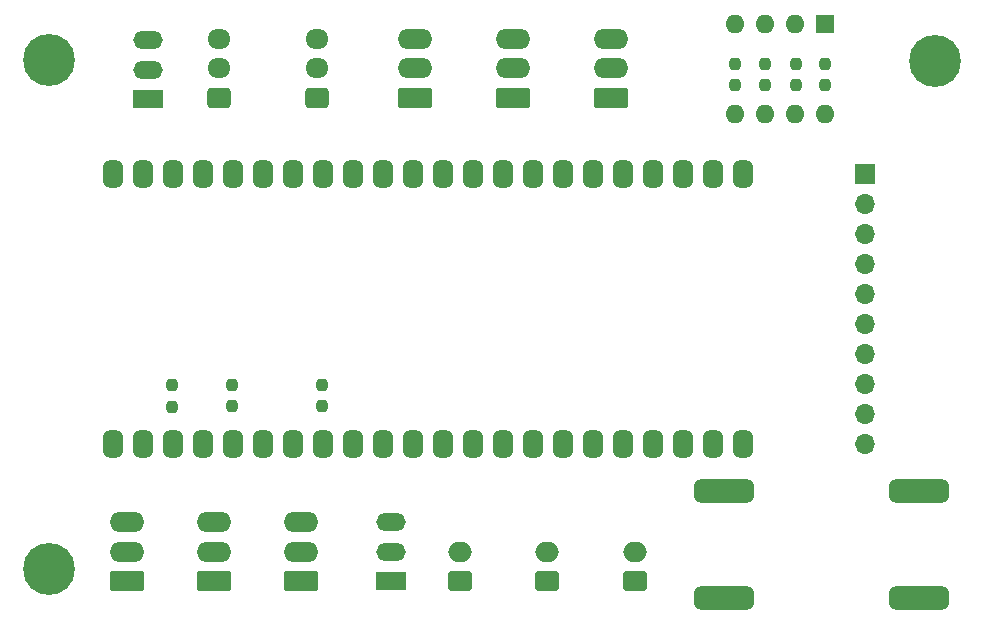
<source format=gbr>
%TF.GenerationSoftware,KiCad,Pcbnew,8.0.2*%
%TF.CreationDate,2024-06-06T18:17:57-04:00*%
%TF.ProjectId,MBARETECHmini,4d424152-4554-4454-9348-6d696e692e6b,rev?*%
%TF.SameCoordinates,Original*%
%TF.FileFunction,Soldermask,Bot*%
%TF.FilePolarity,Negative*%
%FSLAX46Y46*%
G04 Gerber Fmt 4.6, Leading zero omitted, Abs format (unit mm)*
G04 Created by KiCad (PCBNEW 8.0.2) date 2024-06-06 18:17:57*
%MOMM*%
%LPD*%
G01*
G04 APERTURE LIST*
G04 Aperture macros list*
%AMRoundRect*
0 Rectangle with rounded corners*
0 $1 Rounding radius*
0 $2 $3 $4 $5 $6 $7 $8 $9 X,Y pos of 4 corners*
0 Add a 4 corners polygon primitive as box body*
4,1,4,$2,$3,$4,$5,$6,$7,$8,$9,$2,$3,0*
0 Add four circle primitives for the rounded corners*
1,1,$1+$1,$2,$3*
1,1,$1+$1,$4,$5*
1,1,$1+$1,$6,$7*
1,1,$1+$1,$8,$9*
0 Add four rect primitives between the rounded corners*
20,1,$1+$1,$2,$3,$4,$5,0*
20,1,$1+$1,$4,$5,$6,$7,0*
20,1,$1+$1,$6,$7,$8,$9,0*
20,1,$1+$1,$8,$9,$2,$3,0*%
G04 Aperture macros list end*
%ADD10RoundRect,0.566667X-0.300333X0.585333X-0.300333X-0.585333X0.300333X-0.585333X0.300333X0.585333X0*%
%ADD11O,2.000000X1.700000*%
%ADD12RoundRect,0.250000X0.750000X-0.600000X0.750000X0.600000X-0.750000X0.600000X-0.750000X-0.600000X0*%
%ADD13O,1.950000X1.700000*%
%ADD14RoundRect,0.250000X0.725000X-0.600000X0.725000X0.600000X-0.725000X0.600000X-0.725000X-0.600000X0*%
%ADD15O,2.925000X1.700000*%
%ADD16RoundRect,0.250000X1.212500X-0.600000X1.212500X0.600000X-1.212500X0.600000X-1.212500X-0.600000X0*%
%ADD17R,1.600000X1.600000*%
%ADD18O,1.600000X1.600000*%
%ADD19C,4.400000*%
%ADD20R,2.500000X1.500000*%
%ADD21O,2.500000X1.500000*%
%ADD22R,1.700000X1.700000*%
%ADD23O,1.700000X1.700000*%
%ADD24RoundRect,0.688976X-1.851024X-0.361024X1.851024X-0.361024X1.851024X0.361024X-1.851024X0.361024X0*%
%ADD25RoundRect,0.237500X-0.237500X0.250000X-0.237500X-0.250000X0.237500X-0.250000X0.237500X0.250000X0*%
%ADD26RoundRect,0.237500X0.237500X-0.250000X0.237500X0.250000X-0.237500X0.250000X-0.237500X-0.250000X0*%
G04 APERTURE END LIST*
D10*
%TO.C,U1*%
X205620000Y-77600000D03*
X203080000Y-77600000D03*
X200540000Y-77600000D03*
X198000000Y-77600000D03*
X195460000Y-77600000D03*
X192920000Y-77600000D03*
X190380000Y-77600000D03*
X187840000Y-77600000D03*
X185300000Y-77600000D03*
X182760000Y-77600000D03*
X180220000Y-77600000D03*
X177680000Y-77600000D03*
X175140000Y-77600000D03*
X172600000Y-77600000D03*
X170060000Y-77600000D03*
X167520000Y-77600000D03*
X164980000Y-77600000D03*
X162440000Y-77600000D03*
X159900000Y-77600000D03*
X157360000Y-77600000D03*
X154820000Y-77600000D03*
X152280000Y-77600000D03*
X205620000Y-100460000D03*
X203080000Y-100460000D03*
X200540000Y-100460000D03*
X198000000Y-100460000D03*
X195460000Y-100460000D03*
X192920000Y-100460000D03*
X190380000Y-100460000D03*
X187840000Y-100460000D03*
X185300000Y-100460000D03*
X182760000Y-100460000D03*
X180220000Y-100460000D03*
X177680000Y-100460000D03*
X175140000Y-100460000D03*
X172600000Y-100460000D03*
X170060000Y-100460000D03*
X167520000Y-100460000D03*
X164980000Y-100460000D03*
X162440000Y-100460000D03*
X159900000Y-100460000D03*
X157360000Y-100460000D03*
X154820000Y-100460000D03*
X152280000Y-100460000D03*
%TD*%
D11*
%TO.C,Battery1*%
X196475000Y-109600000D03*
D12*
X196475000Y-112100000D03*
%TD*%
D13*
%TO.C,MA1*%
X161300000Y-66190000D03*
X161300000Y-68690000D03*
D14*
X161300000Y-71190000D03*
%TD*%
D15*
%TO.C,LS1*%
X194485000Y-66190000D03*
X194485000Y-68690000D03*
D16*
X194485000Y-71190000D03*
%TD*%
D17*
%TO.C,DIP1*%
X212600000Y-64932500D03*
D18*
X210060000Y-64932500D03*
X207520000Y-64932500D03*
X204980000Y-64932500D03*
X204980000Y-72552500D03*
X207520000Y-72552500D03*
X210060000Y-72552500D03*
X212600000Y-72552500D03*
%TD*%
D19*
%TO.C,*%
X221920000Y-68049999D03*
%TD*%
%TO.C,*%
X146919999Y-111049999D03*
%TD*%
D20*
%TO.C,SW1*%
X155300000Y-71300000D03*
D21*
X155300000Y-68800000D03*
X155300000Y-66300000D03*
%TD*%
D13*
%TO.C,MB1*%
X169600000Y-66190000D03*
X169600000Y-68690000D03*
D14*
X169600000Y-71190000D03*
%TD*%
D11*
%TO.C,MotorA1*%
X181690000Y-109600000D03*
D12*
X181690000Y-112100000D03*
%TD*%
D16*
%TO.C,IR3*%
X168260000Y-112100000D03*
D15*
X168260000Y-109600000D03*
X168260000Y-107100000D03*
%TD*%
D22*
%TO.C,IMU1*%
X215960000Y-77630000D03*
D23*
X215960000Y-80170000D03*
X215960000Y-82710000D03*
X215960000Y-85250000D03*
X215960000Y-87790000D03*
X215960000Y-90330000D03*
X215960000Y-92870000D03*
X215960000Y-95410000D03*
X215960000Y-97950000D03*
X215960000Y-100490000D03*
%TD*%
D24*
%TO.C,BUCK1*%
X204030000Y-113500000D03*
X204030000Y-104500000D03*
X220570000Y-113500000D03*
X220570000Y-104500000D03*
%TD*%
D15*
%TO.C,LS2*%
X186200000Y-66190000D03*
X186200000Y-68690000D03*
D16*
X186200000Y-71190000D03*
%TD*%
D11*
%TO.C,MotorB1*%
X189082500Y-109600000D03*
D12*
X189082500Y-112100000D03*
%TD*%
D15*
%TO.C,IR1*%
X153475000Y-107100000D03*
X153475000Y-109600000D03*
D16*
X153475000Y-112100000D03*
%TD*%
D15*
%TO.C,KS1*%
X177900000Y-66190000D03*
X177900000Y-68690000D03*
D16*
X177900000Y-71190000D03*
%TD*%
%TO.C,IR2*%
X160867500Y-112100000D03*
D15*
X160867500Y-109600000D03*
X160867500Y-107100000D03*
%TD*%
D19*
%TO.C,*%
X146920000Y-68000000D03*
%TD*%
D20*
%TO.C,SW2*%
X175797500Y-112100000D03*
D21*
X175797500Y-109600000D03*
X175797500Y-107100000D03*
%TD*%
D25*
%TO.C,R7*%
X170000000Y-95481250D03*
X170000000Y-97306250D03*
%TD*%
%TO.C,R5*%
X162400000Y-95481250D03*
X162400000Y-97306250D03*
%TD*%
D26*
%TO.C,R3*%
X210100000Y-70112500D03*
X210100000Y-68287500D03*
%TD*%
%TO.C,R1*%
X205000000Y-70112500D03*
X205000000Y-68287500D03*
%TD*%
%TO.C,R2*%
X207500000Y-70112500D03*
X207500000Y-68287500D03*
%TD*%
%TO.C,R4*%
X212600000Y-70112500D03*
X212600000Y-68287500D03*
%TD*%
D25*
%TO.C,R6*%
X157300000Y-95487500D03*
X157300000Y-97312500D03*
%TD*%
M02*

</source>
